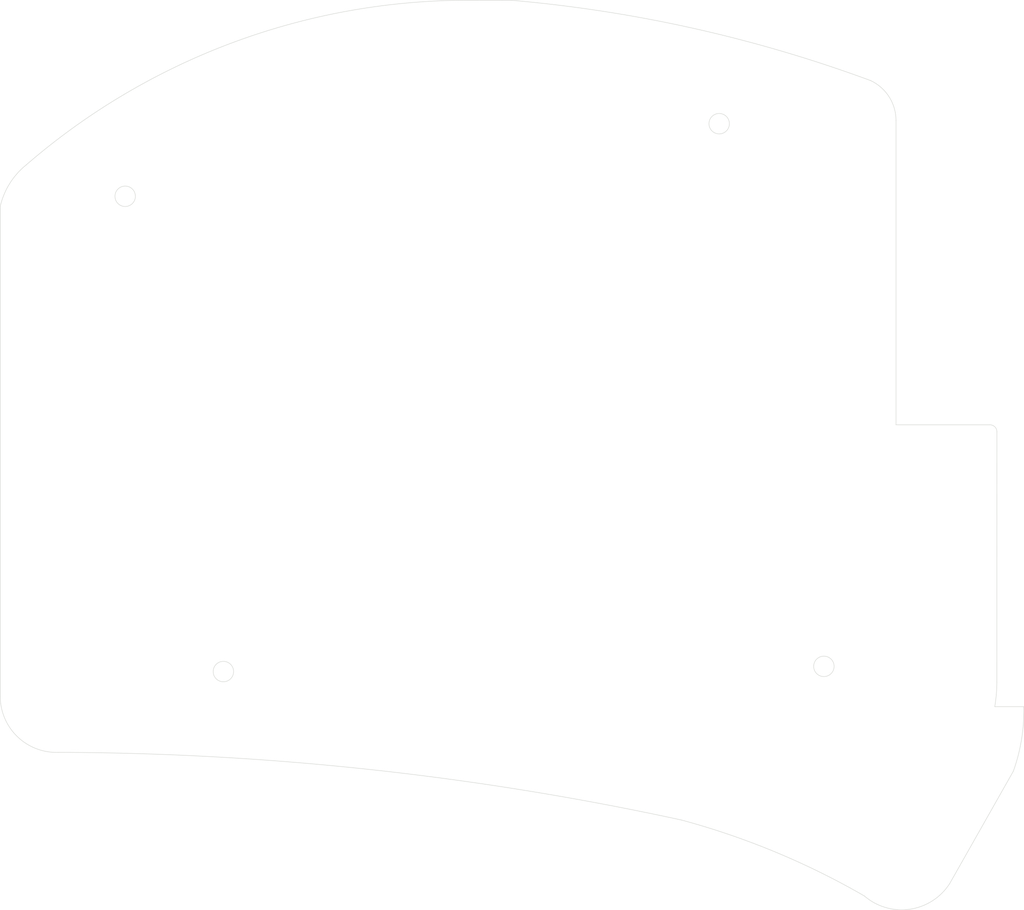
<source format=kicad_pcb>
(kicad_pcb (version 20171130) (host pcbnew 5.1.9)

  (general
    (thickness 1.6)
    (drawings 39)
    (tracks 0)
    (zones 0)
    (modules 0)
    (nets 1)
  )

  (page A4)
  (layers
    (0 F.Cu signal)
    (31 B.Cu signal)
    (32 B.Adhes user)
    (33 F.Adhes user)
    (34 B.Paste user)
    (35 F.Paste user)
    (36 B.SilkS user)
    (37 F.SilkS user)
    (38 B.Mask user)
    (39 F.Mask user)
    (40 Dwgs.User user)
    (41 Cmts.User user)
    (42 Eco1.User user)
    (43 Eco2.User user)
    (44 Edge.Cuts user)
    (45 Margin user)
    (46 B.CrtYd user)
    (47 F.CrtYd user)
    (48 B.Fab user)
    (49 F.Fab user)
  )

  (setup
    (last_trace_width 0.25)
    (trace_clearance 0.2)
    (zone_clearance 0.508)
    (zone_45_only no)
    (trace_min 0.2)
    (via_size 0.8)
    (via_drill 0.4)
    (via_min_size 0.4)
    (via_min_drill 0.3)
    (uvia_size 0.3)
    (uvia_drill 0.1)
    (uvias_allowed no)
    (uvia_min_size 0.2)
    (uvia_min_drill 0.1)
    (edge_width 0.05)
    (segment_width 0.2)
    (pcb_text_width 0.3)
    (pcb_text_size 1.5 1.5)
    (mod_edge_width 0.12)
    (mod_text_size 1 1)
    (mod_text_width 0.15)
    (pad_size 1.524 1.524)
    (pad_drill 0.762)
    (pad_to_mask_clearance 0.05)
    (aux_axis_origin 0 0)
    (visible_elements FFFDFF1F)
    (pcbplotparams
      (layerselection 0x01000_7ffffffe)
      (usegerberextensions false)
      (usegerberattributes true)
      (usegerberadvancedattributes true)
      (creategerberjobfile true)
      (excludeedgelayer true)
      (linewidth 0.100000)
      (plotframeref false)
      (viasonmask false)
      (mode 1)
      (useauxorigin false)
      (hpglpennumber 1)
      (hpglpenspeed 20)
      (hpglpendiameter 15.000000)
      (psnegative false)
      (psa4output false)
      (plotreference false)
      (plotvalue false)
      (plotinvisibletext false)
      (padsonsilk false)
      (subtractmaskfromsilk false)
      (outputformat 3)
      (mirror false)
      (drillshape 0)
      (scaleselection 1)
      (outputdirectory ""))
  )

  (net 0 "")

  (net_class Default "This is the default net class."
    (clearance 0.2)
    (trace_width 0.25)
    (via_dia 0.8)
    (via_drill 0.4)
    (uvia_dia 0.3)
    (uvia_drill 0.1)
  )

  (net_class Power ""
    (clearance 0.2)
    (trace_width 0.3)
    (via_dia 0.8)
    (via_drill 0.4)
    (uvia_dia 0.3)
    (uvia_drill 0.1)
  )

  (gr_arc (start 61.59 173.76) (end 105.638 99.588735) (angle -15.4) (layer Cmts.User) (width 0.05) (tstamp 6049EA60))
  (gr_line (start 106.1 51.84) (end 106.1 19.059419) (layer Edge.Cuts) (width 0.05) (tstamp 6049EA5F))
  (gr_circle (center 87.049819 19.4) (end 88.149819 19.42) (layer Edge.Cuts) (width 0.05) (tstamp 6049EA5E))
  (gr_line (start 118.738448 89.155884) (end 111.890143 101.245816) (layer Edge.Cuts) (width 0.05) (tstamp 6049EA5D))
  (gr_line (start 13.608055 28.898702) (end 13.650019 81.147211) (layer Cmts.User) (width 0.05) (tstamp 6049EA5C))
  (gr_arc (start 15.157962 407.009453) (end 84.370665 90.557571) (angle -12.23959981) (layer Cmts.User) (width 0.05) (tstamp 6049EA5A))
  (gr_arc (start 60.008389 78.858139) (end 60.008389 10.128139) (angle -40.9) (layer Cmts.User) (width 0.05) (tstamp 6049EA59))
  (gr_arc (start 60.008389 78.858139) (end 60 6.1) (angle -40.86368173) (layer Edge.Cuts) (width 0.05) (tstamp 6049EA58))
  (gr_circle (center 23.059819 27.22) (end 24.159819 27.24) (layer Edge.Cuts) (width 0.05) (tstamp 6049EA57))
  (gr_line (start 102.1 49.9) (end 102.1 19.059419) (layer Cmts.User) (width 0.05) (tstamp 6049EA56))
  (gr_line (start 104.135083 51.830917) (end 116.215001 51.850918) (layer Cmts.User) (width 0.05) (tstamp 6049EA55))
  (gr_line (start 106.1 51.84) (end 116.22 51.84) (layer Edge.Cuts) (width 0.05) (tstamp 6049EA54))
  (gr_arc (start 116.22 52.59) (end 116.97 52.59) (angle -90) (layer Edge.Cuts) (width 0.05) (tstamp 6049EA53))
  (gr_line (start 116.97 52.59) (end 116.965 79.589082) (layer Edge.Cuts) (width 0.05) (tstamp 6049EA52))
  (gr_arc (start 100.189151 79.447553) (end 116.738002 82.201584) (angle -8.965110863) (layer Edge.Cuts) (width 0.05) (tstamp 6049EA51))
  (gr_line (start 116.965001 52.600918) (end 116.960001 79.6) (layer Cmts.User) (width 0.05) (tstamp 6049EA50))
  (gr_arc (start 15.089318 406.95507) (end 82.995848 94.415389) (angle -12.12538542) (layer Edge.Cuts) (width 0.05) (tstamp 6049EA4F))
  (gr_arc (start 106.708 97.938735) (end 105.638 99.588735) (angle -90.6) (layer Cmts.User) (width 0.05) (tstamp 6049EA4E))
  (gr_arc (start 106.708 97.938735) (end 102.7 102.6) (angle -98.1305031) (layer Edge.Cuts) (width 0.05) (tstamp 6049EA4D))
  (gr_arc (start 17.48 30.13) (end 15.035 26.885) (angle -35.4) (layer Cmts.User) (width 0.05) (tstamp 6049EA4C))
  (gr_arc (start 104.099999 49.830001) (end 102.1 49.9) (angle -89) (layer Cmts.User) (width 0.05) (tstamp 6049EA4B))
  (gr_line (start 9.603094 28.300719) (end 9.6 81.147211) (layer Edge.Cuts) (width 0.05) (tstamp 6049EA4A))
  (gr_line (start 116.738002 82.201584) (end 119.866285 82.200094) (layer Edge.Cuts) (width 0.05) (tstamp 6049EA49))
  (gr_arc (start 52.262442 153.652303) (end 101.665245 18.378889) (angle -15.3) (layer Cmts.User) (width 0.05) (tstamp 6049EA48))
  (gr_arc (start 116.215001 52.600918) (end 116.965001 52.600918) (angle -90) (layer Cmts.User) (width 0.05) (tstamp 6049EA47))
  (gr_line (start 64.208637 10.136374) (end 60.008389 10.128139) (layer Cmts.User) (width 0.05) (tstamp 6049EA46))
  (gr_arc (start 100.191149 79.445969) (end 115.218305 86.900068) (angle -25.9) (layer Cmts.User) (width 0.05) (tstamp 6049EA45))
  (gr_arc (start 101.35 19.059419) (end 106.1 19.059419) (angle -65.1) (layer Edge.Cuts) (width 0.05) (tstamp 6049EA44))
  (gr_arc (start 15.650018 81.077212) (end 13.650019 81.147211) (angle -89.7) (layer Cmts.User) (width 0.05) (tstamp 6049EA43))
  (gr_arc (start 51.873581 154.194988) (end 103.34992 14.75096) (angle -15.311832) (layer Edge.Cuts) (width 0.05) (tstamp 6049EA42))
  (gr_line (start 115.218305 86.900068) (end 108.37 98.99) (layer Cmts.User) (width 0.05) (tstamp 6049EA41))
  (gr_line (start 64.699364 6.107346) (end 60 6.1) (layer Edge.Cuts) (width 0.05) (tstamp 6049EA40))
  (gr_arc (start 17.48 30.13) (end 12.399191 23.838951) (angle -38.00054151) (layer Edge.Cuts) (width 0.05) (tstamp 6049EA3F))
  (gr_arc (start 15.650018 81.077212) (end 9.6 81.147211) (angle -91.0546288) (layer Edge.Cuts) (width 0.05) (tstamp 6049EA3E))
  (gr_circle (center 33.639819 78.42) (end 34.739819 78.44) (layer Edge.Cuts) (width 0.05) (tstamp 6049EA3D))
  (gr_circle (center 98.329819 77.86) (end 99.429819 77.88) (layer Edge.Cuts) (width 0.05) (tstamp 6049EA3C))
  (gr_arc (start 61.59 173.76) (end 102.7 102.6) (angle -14.91754999) (layer Edge.Cuts) (width 0.05) (tstamp 6049EA3B))
  (gr_arc (start 101.35 19.059419) (end 102.1 19.059419) (angle -65.1) (layer Cmts.User) (width 0.05) (tstamp 6049EA3A))
  (gr_arc (start 100.5318 82.63446) (end 118.738448 89.155884) (angle -20.9939576) (layer Edge.Cuts) (width 0.05) (tstamp 6048C255))

)

</source>
